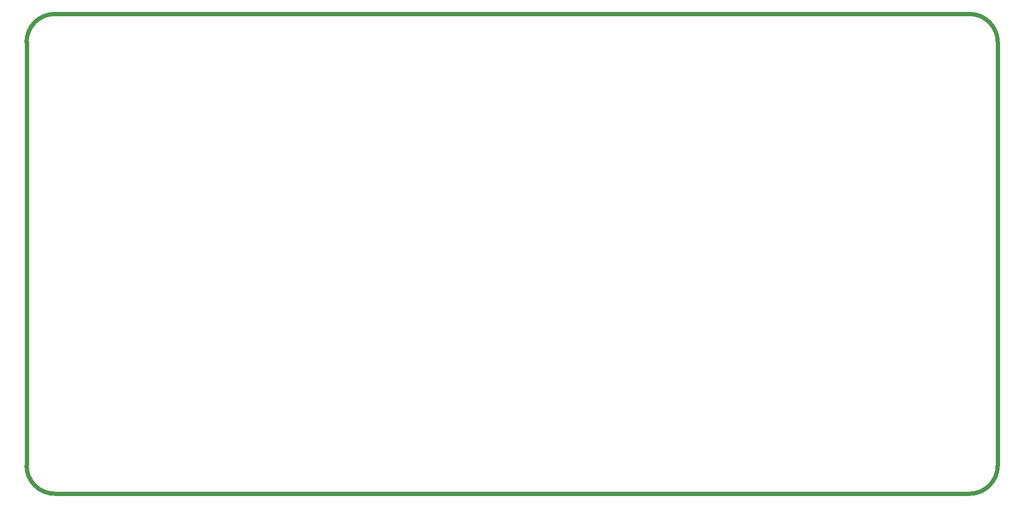
<source format=gm1>
G04 #@! TF.GenerationSoftware,KiCad,Pcbnew,(5.1.8-0-10_14)*
G04 #@! TF.CreationDate,2021-10-03T11:30:45-07:00*
G04 #@! TF.ProjectId,PowerSupply,506f7765-7253-4757-9070-6c792e6b6963,v1.5*
G04 #@! TF.SameCoordinates,Original*
G04 #@! TF.FileFunction,Profile,NP*
%FSLAX46Y46*%
G04 Gerber Fmt 4.6, Leading zero omitted, Abs format (unit mm)*
G04 Created by KiCad (PCBNEW (5.1.8-0-10_14)) date 2021-10-03 11:30:45*
%MOMM*%
%LPD*%
G01*
G04 APERTURE LIST*
G04 #@! TA.AperFunction,Profile*
%ADD10C,0.762000*%
G04 #@! TD*
G04 APERTURE END LIST*
D10*
X50000000Y-70000000D02*
G75*
G02*
X55000000Y-65000000I5000000J0D01*
G01*
X55000000Y-150000000D02*
G75*
G02*
X50000000Y-145000000I0J5000000D01*
G01*
X222000000Y-145000000D02*
G75*
G02*
X217000000Y-150000000I-5000000J0D01*
G01*
X217000000Y-65000000D02*
G75*
G02*
X222000000Y-70000000I0J-5000000D01*
G01*
X55000000Y-150000000D02*
X217000000Y-150000000D01*
X55000000Y-65000000D02*
X217000000Y-65000000D01*
X222000000Y-70000000D02*
X222000000Y-145000000D01*
X50000000Y-70000000D02*
X50000000Y-145000000D01*
M02*

</source>
